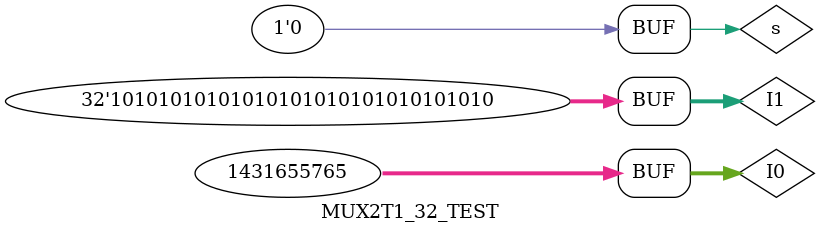
<source format=v>
`timescale 1ns / 1ps


module MUX2T1_32_TEST;

	// Inputs
	reg [31:0] I0;
	reg [31:0] I1;
	reg s;

	// Outputs
	wire [31:0] o;

	// Instantiate the Unit Under Test (UUT)
	MUX2T1_32 uut (
		.I0(I0), 
		.I1(I1), 
		.s(s), 
		.o(o)
	);

	initial begin
      s = 0;
		I0 = 0;
		I1 = 1;
		#50;
		s = 0;
		#50;
		s = 1;
		#50;
		I0 = 32'h55555555;
		I1 = 32'hAAAAAAAA;
		#50;
		s = 0;
		#50;
		s = 1;
		#50;
		s = 0;
		#50;
	end
      
endmodule


</source>
